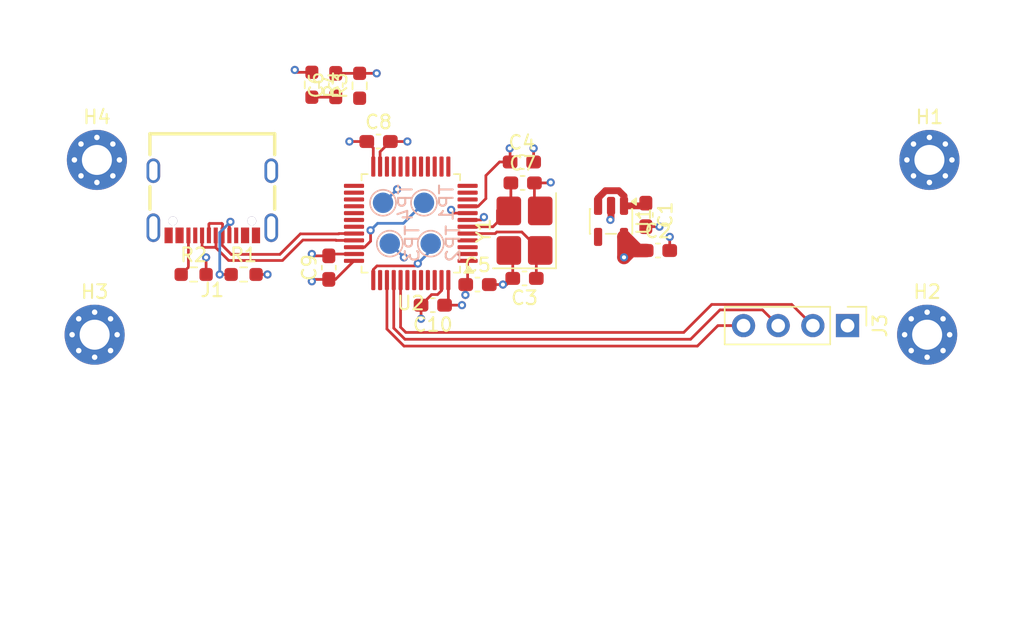
<source format=kicad_pcb>
(kicad_pcb (version 20241229) (generator "pcbnew") (generator_version "9.0")
  (layers (0 "F.Cu" signal) (4 "In1.Cu" signal) (6 "In2.Cu" signal) (2 "B.Cu" signal) (13 "F.Paste" user) (15 "B.Paste" user) (5 "F.SilkS" user "F.Silkscreen") (7 "B.SilkS" user "B.Silkscreen") (1 "F.Mask" user) (3 "B.Mask" user) (25 "Edge.Cuts" user))
  (net 0 "")
  (net 1 "VBUS")
  (net 2 "GND")
  (net 3 "+3V3")
  (net 4 "/USB_D+")
  (net 5 "Net-(J1-CC1)")
  (net 7 "Net-(J1-CC2)")
  (net 9 "/USB_D-")
  (net 10 "/SWCLK")
  (net 11 "/SWDIO")
  (net 12 "/SW_SHIFT")
  (net 13 "/SW_COLON")
  (net 14 "/SW_THREE")
  (net 41 "/CRYSTAL_1")
  (net 42 "/CRYSTAL_3")
  (net 46 "/NRST")
  (net 47 "/BOOT0")
  (footprint "Capacitor_SMD:C_0603_1608Metric_Pad1.08x0.95mm_HandSolder" (layer "F.Cu") (at 95.221128 60.381581 -90)
    (property "Reference" "C1" (at 0 -1.43 90) (layer "F.SilkS"))
    (property "Value" "1u")
    (fp_line (start -0.146267 0.51) (end 0.146267 0.51) (stroke (width 0.12)) (layer "F.SilkS"))
    (fp_line (start -0.146267 -0.51) (end 0.146267 -0.51) (stroke (width 0.12)) (layer "F.SilkS"))
    (pad "1" smd roundrect (at -0.8625 0 270) (size 1.075 0.95) (layers "F.Cu" "F.Mask" "F.Paste") (net 1 "VBUS"))
    (pad "2" smd roundrect (at 0.8625 0 270) (size 1.075 0.95) (layers "F.Cu" "F.Mask" "F.Paste") (net 2 "GND"))
  )
  (footprint "easyeda2kicad:USB-C-SMD_MC-311D" (layer "F.Cu") (at 63.454998 59.513359 180)
    (property "Reference" "J1" (at 0 -6.37 0) (layer "F.SilkS"))
    (property "Value" "USB_C_Receptacle")
    (fp_line (start 4.57 5.08) (end 4.57 3.55) (stroke (width 0.25)) (layer "F.SilkS"))
    (fp_line (start 4.57 -0.45) (end 4.57 1.2) (stroke (width 0.25)) (layer "F.SilkS"))
    (fp_line (start -4.57 5.08) (end 4.57 5.08) (stroke (width 0.25)) (layer "F.SilkS"))
    (fp_line (start -4.57 3.55) (end -4.57 5.08) (stroke (width 0.25)) (layer "F.SilkS"))
    (fp_line (start -4.57 -0.45) (end -4.57 1.2) (stroke (width 0.25)) (layer "F.SilkS"))
    (pad "" thru_hole circle (at -2.89 -1.31 180) (size 0.65 0.65) (drill 0.65) (layers "*.Cu" "*.Mask"))
    (pad "" thru_hole circle (at 2.89 -1.31 180) (size 0.65 0.65) (drill 0.65) (layers "*.Cu" "*.Mask"))
    (pad "1" thru_hole oval (at -4.32 -1.81 180) (size 1 2.1) (drill oval 0.599999 1.700022) (layers "*.Cu" "*.Mask"))
    (pad "2" thru_hole oval (at -4.32 2.37 180) (size 1 1.8) (drill oval 0.599999 1.399997) (layers "*.Cu" "*.Mask"))
    (pad "3" thru_hole oval (at 4.32 2.37 180) (size 1 1.8) (drill oval 0.599999 1.399997) (layers "*.Cu" "*.Mask"))
    (pad "4" thru_hole oval (at 4.32 -1.81 180) (size 1 2.1) (drill oval 0.599999 1.699997) (layers "*.Cu" "*.Mask"))
    (pad "A1-B12" smd rect (at -3.2 -2.37 180) (size 0.6 1.15) (layers "F.Cu" "F.Mask" "F.Paste"))
    (pad "A4-B9" smd rect (at -2.4 -2.37 180) (size 0.6 1.15) (layers "F.Cu" "F.Mask" "F.Paste"))
    (pad "A5" smd rect (at -1.25 -2.37 180) (size 0.3 1.15) (layers "F.Cu" "F.Mask" "F.Paste") (net 5 "Net-(J1-CC1)"))
    (pad "A6" smd rect (at -0.25 -2.37 180) (size 0.3 1.15) (layers "F.Cu" "F.Mask" "F.Paste") (net 4 "/USB_D+"))
    (pad "A7" smd rect (at 0.25 -2.37 180) (size 0.3 1.15) (layers "F.Cu" "F.Mask" "F.Paste") (net 9 "/USB_D-"))
    (pad "A8" smd rect (at 1.25 -2.37 180) (size 0.3 1.15) (layers "F.Cu" "F.Mask" "F.Paste"))
    (pad "B1-A12" smd rect (at 3.2 -2.37 180) (size 0.6 1.15) (layers "F.Cu" "F.Mask" "F.Paste"))
    (pad "B4-A9" smd rect (at 2.4 -2.37 180) (size 0.6 1.15) (layers "F.Cu" "F.Mask" "F.Paste"))
    (pad "B5" smd rect (at 1.75 -2.37 180) (size 0.3 1.15) (layers "F.Cu" "F.Mask" "F.Paste") (net 7 "Net-(J1-CC2)"))
    (pad "B6" smd rect (at 0.75 -2.37 180) (size 0.3 1.15) (layers "F.Cu" "F.Mask" "F.Paste") (net 4 "/USB_D+"))
    (pad "B7" smd rect (at -0.75 -2.37 180) (size 0.3 1.15) (layers "F.Cu" "F.Mask" "F.Paste") (net 9 "/USB_D-"))
    (pad "B8" smd rect (at -1.75 -2.37 180) (size 0.3 1.15) (layers "F.Cu" "F.Mask" "F.Paste"))
  )
  (footprint "Crystal:Crystal_SMD_3225-4Pin_3.2x2.5mm_HandSoldering" (layer "F.Cu") (at 86.332094 61.537191 90)
    (property "Reference" "Y1" (at 0 -3 90) (layer "F.SilkS"))
    (property "Value" "16MHz")
    (fp_line (start -2.76 -2.31) (end -2.76 2.31) (stroke (width 0.12)) (layer "F.SilkS"))
    (fp_line (start -2.76 2.31) (end 2.76 2.31) (stroke (width 0.12)) (layer "F.SilkS"))
    (pad "1" smd roundrect (at -1.45 1.15 90) (size 2.1 1.8) (layers "F.Cu" "F.Mask" "F.Paste") (roundrect_rratio 0.138889) (net 41 "/CRYSTAL_1"))
    (pad "2" smd roundrect (at 1.45 1.15 90) (size 2.1 1.8) (layers "F.Cu" "F.Mask" "F.Paste") (roundrect_rratio 0.138889) (net 2 "GND"))
    (pad "3" smd roundrect (at 1.45 -1.15 90) (size 2.1 1.8) (layers "F.Cu" "F.Mask" "F.Paste") (roundrect_rratio 0.138889) (net 42 "/CRYSTAL_3"))
    (pad "4" smd roundrect (at -1.45 -1.15 90) (size 2.1 1.8) (layers "F.Cu" "F.Mask" "F.Paste") (roundrect_rratio 0.138889) (net 2 "GND"))
  )
  (footprint "MountingHole:MountingHole_2.2mm_M2_Pad_Via" (layer "F.Cu") (at 55 56.35)
    (property "Reference" "H4" (at 0 -3.15 0) (layer "F.SilkS"))
    (property "Value" "MountingHole_Pad")
    (pad "1" thru_hole circle (at -1.65 0) (size 0.7 0.7) (drill 0.4) (layers "*.Cu" "*.Mask") (net 2 "GND"))
    (pad "1" thru_hole circle (at -1.166726 -1.166726) (size 0.7 0.7) (drill 0.4) (layers "*.Cu" "*.Mask") (net 2 "GND"))
    (pad "1" thru_hole circle (at -1.166726 1.166726) (size 0.7 0.7) (drill 0.4) (layers "*.Cu" "*.Mask") (net 2 "GND"))
    (pad "1" thru_hole circle (at 0 -1.65) (size 0.7 0.7) (drill 0.4) (layers "*.Cu" "*.Mask") (net 2 "GND"))
    (pad "1" thru_hole circle (at 0 0) (size 4.4 4.4) (drill 2.2) (layers "*.Cu" "*.Mask") (net 2 "GND"))
    (pad "1" thru_hole circle (at 0 1.65) (size 0.7 0.7) (drill 0.4) (layers "*.Cu" "*.Mask") (net 2 "GND"))
    (pad "1" thru_hole circle (at 1.166726 -1.166726) (size 0.7 0.7) (drill 0.4) (layers "*.Cu" "*.Mask") (net 2 "GND"))
    (pad "1" thru_hole circle (at 1.166726 1.166726) (size 0.7 0.7) (drill 0.4) (layers "*.Cu" "*.Mask") (net 2 "GND"))
    (pad "1" thru_hole circle (at 1.65 0) (size 0.7 0.7) (drill 0.4) (layers "*.Cu" "*.Mask") (net 2 "GND"))
  )
  (footprint "MountingHole:MountingHole_2.2mm_M2_Pad_Via" (layer "F.Cu") (at 116 56.35)
    (property "Reference" "H1" (at 0 -3.15 0) (layer "F.SilkS"))
    (property "Value" "MountingHole_Pad")
    (pad "1" thru_hole circle (at -1.65 0) (size 0.7 0.7) (drill 0.4) (layers "*.Cu" "*.Mask") (net 2 "GND"))
    (pad "1" thru_hole circle (at -1.166726 -1.166726) (size 0.7 0.7) (drill 0.4) (layers "*.Cu" "*.Mask") (net 2 "GND"))
    (pad "1" thru_hole circle (at -1.166726 1.166726) (size 0.7 0.7) (drill 0.4) (layers "*.Cu" "*.Mask") (net 2 "GND"))
    (pad "1" thru_hole circle (at 0 -1.65) (size 0.7 0.7) (drill 0.4) (layers "*.Cu" "*.Mask") (net 2 "GND"))
    (pad "1" thru_hole circle (at 0 0) (size 4.4 4.4) (drill 2.2) (layers "*.Cu" "*.Mask") (net 2 "GND"))
    (pad "1" thru_hole circle (at 0 1.65) (size 0.7 0.7) (drill 0.4) (layers "*.Cu" "*.Mask") (net 2 "GND"))
    (pad "1" thru_hole circle (at 1.166726 -1.166726) (size 0.7 0.7) (drill 0.4) (layers "*.Cu" "*.Mask") (net 2 "GND"))
    (pad "1" thru_hole circle (at 1.166726 1.166726) (size 0.7 0.7) (drill 0.4) (layers "*.Cu" "*.Mask") (net 2 "GND"))
    (pad "1" thru_hole circle (at 1.65 0) (size 0.7 0.7) (drill 0.4) (layers "*.Cu" "*.Mask") (net 2 "GND"))
  )
  (footprint "Capacitor_SMD:C_0603_1608Metric_Pad1.08x0.95mm_HandSolder" (layer "F.Cu") (at 72.5 50.8625 90)
    (property "Reference" "C6" (at 0 -1.43 90) (layer "F.SilkS"))
    (property "Value" "100n")
    (fp_line (start -0.146267 -0.51) (end 0.146267 -0.51) (stroke (width 0.12)) (layer "F.SilkS"))
    (fp_line (start -0.146267 0.51) (end 0.146267 0.51) (stroke (width 0.12)) (layer "F.SilkS"))
    (pad "1" smd roundrect (at -0.8625 0 90) (size 1.075 0.95) (layers "F.Cu" "F.Mask" "F.Paste") (net 46 "/NRST"))
    (pad "2" smd roundrect (at 0.8625 0 90) (size 1.075 0.95) (layers "F.Cu" "F.Mask" "F.Paste") (net 2 "GND"))
  )
  (footprint "Resistor_SMD:R_0603_1608Metric_Pad0.98x0.95mm_HandSolder" (layer "F.Cu") (at 62.0875 64.75)
    (property "Reference" "R2" (at 0 -1.43 0) (layer "F.SilkS"))
    (property "Value" "5k1")
    (fp_line (start -0.254724 -0.5225) (end 0.254724 -0.5225) (stroke (width 0.12)) (layer "F.SilkS"))
    (fp_line (start -0.254724 0.5225) (end 0.254724 0.5225) (stroke (width 0.12)) (layer "F.SilkS"))
    (pad "1" smd roundrect (at -0.9125 0) (size 0.975 0.95) (layers "F.Cu" "F.Mask" "F.Paste") (net 7 "Net-(J1-CC2)"))
    (pad "2" smd roundrect (at 0.9125 0) (size 0.975 0.95) (layers "F.Cu" "F.Mask" "F.Paste") (net 2 "GND"))
  )
  (footprint "MountingHole:MountingHole_2.2mm_M2_Pad_Via" (layer "F.Cu") (at 115.833274 69.166726)
    (property "Reference" "H2" (at 0 -3.15 0) (layer "F.SilkS"))
    (property "Value" "MountingHole_Pad")
    (pad "1" thru_hole circle (at -1.65 0) (size 0.7 0.7) (drill 0.4) (layers "*.Cu" "*.Mask") (net 2 "GND"))
    (pad "1" thru_hole circle (at -1.166726 -1.166726) (size 0.7 0.7) (drill 0.4) (layers "*.Cu" "*.Mask") (net 2 "GND"))
    (pad "1" thru_hole circle (at -1.166726 1.166726) (size 0.7 0.7) (drill 0.4) (layers "*.Cu" "*.Mask") (net 2 "GND"))
    (pad "1" thru_hole circle (at 0 -1.65) (size 0.7 0.7) (drill 0.4) (layers "*.Cu" "*.Mask") (net 2 "GND"))
    (pad "1" thru_hole circle (at 0 0) (size 4.4 4.4) (drill 2.2) (layers "*.Cu" "*.Mask") (net 2 "GND"))
    (pad "1" thru_hole circle (at 0 1.65) (size 0.7 0.7) (drill 0.4) (layers "*.Cu" "*.Mask") (net 2 "GND"))
    (pad "1" thru_hole circle (at 1.166726 -1.166726) (size 0.7 0.7) (drill 0.4) (layers "*.Cu" "*.Mask") (net 2 "GND"))
    (pad "1" thru_hole circle (at 1.166726 1.166726) (size 0.7 0.7) (drill 0.4) (layers "*.Cu" "*.Mask") (net 2 "GND"))
    (pad "1" thru_hole circle (at 1.65 0) (size 0.7 0.7) (drill 0.4) (layers "*.Cu" "*.Mask") (net 2 "GND"))
  )
  (footprint "MountingHole:MountingHole_2.2mm_M2_Pad_Via" (layer "F.Cu") (at 54.833274 69.166726)
    (property "Reference" "H3" (at 0 -3.15 0) (layer "F.SilkS"))
    (property "Value" "MountingHole_Pad")
    (pad "1" thru_hole circle (at -1.65 0) (size 0.7 0.7) (drill 0.4) (layers "*.Cu" "*.Mask") (net 2 "GND"))
    (pad "1" thru_hole circle (at -1.166726 -1.166726) (size 0.7 0.7) (drill 0.4) (layers "*.Cu" "*.Mask") (net 2 "GND"))
    (pad "1" thru_hole circle (at -1.166726 1.166726) (size 0.7 0.7) (drill 0.4) (layers "*.Cu" "*.Mask") (net 2 "GND"))
    (pad "1" thru_hole circle (at 0 -1.65) (size 0.7 0.7) (drill 0.4) (layers "*.Cu" "*.Mask") (net 2 "GND"))
    (pad "1" thru_hole circle (at 0 0) (size 4.4 4.4) (drill 2.2) (layers "*.Cu" "*.Mask") (net 2 "GND"))
    (pad "1" thru_hole circle (at 0 1.65) (size 0.7 0.7) (drill 0.4) (layers "*.Cu" "*.Mask") (net 2 "GND"))
    (pad "1" thru_hole circle (at 1.166726 -1.166726) (size 0.7 0.7) (drill 0.4) (layers "*.Cu" "*.Mask") (net 2 "GND"))
    (pad "1" thru_hole circle (at 1.166726 1.166726) (size 0.7 0.7) (drill 0.4) (layers "*.Cu" "*.Mask") (net 2 "GND"))
    (pad "1" thru_hole circle (at 1.65 0) (size 0.7 0.7) (drill 0.4) (layers "*.Cu" "*.Mask") (net 2 "GND"))
  )
  (footprint "Resistor_SMD:R_0603_1608Metric_Pad0.98x0.95mm_HandSolder" (layer "F.Cu") (at 74.25 50.9125 90)
    (property "Reference" "R3" (at 0 -1.43 90) (layer "F.SilkS"))
    (property "Value" "10k")
    (fp_line (start -0.254724 -0.5225) (end 0.254724 -0.5225) (stroke (width 0.12)) (layer "F.SilkS"))
    (fp_line (start -0.254724 0.5225) (end 0.254724 0.5225) (stroke (width 0.12)) (layer "F.SilkS"))
    (pad "1" smd roundrect (at -0.9125 0 90) (size 0.975 0.95) (layers "F.Cu" "F.Mask" "F.Paste") (net 47 "/BOOT0"))
    (pad "2" smd roundrect (at 0.9125 0 90) (size 0.975 0.95) (layers "F.Cu" "F.Mask" "F.Paste") (net 2 "GND"))
  )
  (footprint "Capacitor_SMD:C_0603_1608Metric_Pad1.08x0.95mm_HandSolder" (layer "F.Cu") (at 86.194594 58.037191)
    (property "Reference" "C7" (at 0 -1.43 0) (layer "F.SilkS"))
    (property "Value" "10p")
    (fp_line (start -0.146267 -0.51) (end 0.146267 -0.51) (stroke (width 0.12)) (layer "F.SilkS"))
    (fp_line (start -0.146267 0.51) (end 0.146267 0.51) (stroke (width 0.12)) (layer "F.SilkS"))
    (pad "1" smd roundrect (at -0.8625 0) (size 1.075 0.95) (layers "F.Cu" "F.Mask" "F.Paste") (net 42 "/CRYSTAL_3"))
    (pad "2" smd roundrect (at 0.8625 0) (size 1.075 0.95) (layers "F.Cu" "F.Mask" "F.Paste") (net 2 "GND"))
  )
  (footprint "Capacitor_SMD:C_0603_1608Metric_Pad1.08x0.95mm_HandSolder" (layer "F.Cu") (at 96.108628 62.992659)
    (property "Reference" "C2" (at 0 -1.43 0) (layer "F.SilkS"))
    (property "Value" "1u")
    (fp_line (start -0.146267 -0.51) (end 0.146267 -0.51) (stroke (width 0.12)) (layer "F.SilkS"))
    (fp_line (start -0.146267 0.51) (end 0.146267 0.51) (stroke (width 0.12)) (layer "F.SilkS"))
    (pad "1" smd roundrect (at -0.8625 0) (size 1.075 0.95) (layers "F.Cu" "F.Mask" "F.Paste") (net 3 "+3V3"))
    (pad "2" smd roundrect (at 0.8625 0) (size 1.075 0.95) (layers "F.Cu" "F.Mask" "F.Paste") (net 2 "GND"))
  )
  (footprint "Package_QFP:LQFP-48_7x7mm_P0.5mm" (layer "F.Cu") (at 78 61 180)
    (property "Reference" "U2" (at 0 -5.85 0) (layer "F.SilkS"))
    (property "Value" "STM32F103C8Tx")
    (fp_line (start 3.61 3.61) (end 3.16 3.61) (stroke (width 0.12)) (layer "F.SilkS"))
    (fp_line (start 3.61 3.16) (end 3.61 3.61) (stroke (width 0.12)) (layer "F.SilkS"))
    (fp_line (start 3.61 -3.61) (end 3.61 -3.16) (stroke (width 0.12)) (layer "F.SilkS"))
    (fp_line (start 3.16 -3.61) (end 3.61 -3.61) (stroke (width 0.12)) (layer "F.SilkS"))
    (fp_line (start -3.16 3.61) (end -3.61 3.61) (stroke (width 0.12)) (layer "F.SilkS"))
    (fp_line (start -3.61 3.61) (end -3.61 3.16) (stroke (width 0.12)) (layer "F.SilkS"))
    (fp_line (start -3.61 -3.16) (end -3.61 -3.61) (stroke (width 0.12)) (layer "F.SilkS"))
    (fp_line (start -3.61 -3.61) (end -3.16 -3.61) (stroke (width 0.12)) (layer "F.SilkS"))
    (fp_poly (pts (xy -4.25 -3.16) (xy -4.59 -3.63) (xy -3.91 -3.63)) (stroke (width 0.12)) (fill yes) (layer "F.SilkS"))
    (pad "1" smd roundrect (at -4.1625 -2.75 180) (size 1.475 0.3) (layers "F.Cu" "F.Mask" "F.Paste") (net 3 "+3V3"))
    (pad "2" smd roundrect (at -4.1625 -2.25 180) (size 1.475 0.3) (layers "F.Cu" "F.Mask" "F.Paste"))
    (pad "3" smd roundrect (at -4.1625 -1.75 180) (size 1.475 0.3) (layers "F.Cu" "F.Mask" "F.Paste"))
    (pad "4" smd roundrect (at -4.1625 -1.25 180) (size 1.475 0.3) (layers "F.Cu" "F.Mask" "F.Paste"))
    (pad "5" smd roundrect (at -4.1625 -0.75 180) (size 1.475 0.3) (layers "F.Cu" "F.Mask" "F.Paste") (net 41 "/CRYSTAL_1"))
    (pad "6" smd roundrect (at -4.1625 -0.25 180) (size 1.475 0.3) (layers "F.Cu" "F.Mask" "F.Paste") (net 42 "/CRYSTAL_3"))
    (pad "7" smd roundrect (at -4.1625 0.25 180) (size 1.475 0.3) (layers "F.Cu" "F.Mask" "F.Paste") (net 46 "/NRST"))
    (pad "8" smd roundrect (at -4.1625 0.75 180) (size 1.475 0.3) (layers "F.Cu" "F.Mask" "F.Paste") (net 2 "GND"))
    (pad "9" smd roundrect (at -4.1625 1.25 180) (size 1.475 0.3) (layers "F.Cu" "F.Mask" "F.Paste") (net 3 "+3V3"))
    (pad "10" smd roundrect (at -4.1625 1.75 180) (size 1.475 0.3) (layers "F.Cu" "F.Mask" "F.Paste"))
    (pad "11" smd roundrect (at -4.1625 2.25 180) (size 1.475 0.3) (layers "F.Cu" "F.Mask" "F.Paste"))
    (pad "12" smd roundrect (at -4.1625 2.75 180) (size 1.475 0.3) (layers "F.Cu" "F.Mask" "F.Paste"))
    (pad "13" smd roundrect (at -2.75 4.1625 180) (size 0.3 1.475) (layers "F.Cu" "F.Mask" "F.Paste"))
    (pad "14" smd roundrect (at -2.25 4.1625 180) (size 0.3 1.475) (layers "F.Cu" "F.Mask" "F.Paste"))
    (pad "15" smd roundrect (at -1.75 4.1625 180) (size 0.3 1.475) (layers "F.Cu" "F.Mask" "F.Paste"))
    (pad "16" smd roundrect (at -1.25 4.1625 180) (size 0.3 1.475) (layers "F.Cu" "F.Mask" "F.Paste"))
    (pad "17" smd roundrect (at -0.75 4.1625 180) (size 0.3 1.475) (layers "F.Cu" "F.Mask" "F.Paste"))
    (pad "18" smd roundrect (at -0.25 4.1625 180) (size 0.3 1.475) (layers "F.Cu" "F.Mask" "F.Paste"))
    (pad "19" smd roundrect (at 0.25 4.1625 180) (size 0.3 1.475) (layers "F.Cu" "F.Mask" "F.Paste"))
    (pad "20" smd roundrect (at 0.75 4.1625 180) (size 0.3 1.475) (layers "F.Cu" "F.Mask" "F.Paste"))
    (pad "21" smd roundrect (at 1.25 4.1625 180) (size 0.3 1.475) (layers "F.Cu" "F.Mask" "F.Paste"))
    (pad "22" smd roundrect (at 1.75 4.1625 180) (size 0.3 1.475) (layers "F.Cu" "F.Mask" "F.Paste"))
    (pad "23" smd roundrect (at 2.25 4.1625 180) (size 0.3 1.475) (layers "F.Cu" "F.Mask" "F.Paste") (net 2 "GND"))
    (pad "24" smd roundrect (at 2.75 4.1625 180) (size 0.3 1.475) (layers "F.Cu" "F.Mask" "F.Paste") (net 3 "+3V3"))
    (pad "25" smd roundrect (at 4.1625 2.75 180) (size 1.475 0.3) (layers "F.Cu" "F.Mask" "F.Paste"))
    (pad "26" smd roundrect (at 4.1625 2.25 180) (size 1.475 0.3) (layers "F.Cu" "F.Mask" "F.Paste"))
    (pad "27" smd roundrect (at 4.1625 1.75 180) (size 1.475 0.3) (layers "F.Cu" "F.Mask" "F.Paste"))
    (pad "28" smd roundrect (at 4.1625 1.25 180) (size 1.475 0.3) (layers "F.Cu" "F.Mask" "F.Paste"))
    (pad "29" smd roundrect (at 4.1625 0.75 180) (size 1.475 0.3) (layers "F.Cu" "F.Mask" "F.Paste"))
    (pad "30" smd roundrect (at 4.1625 0.25 180) (size 1.475 0.3) (layers "F.Cu" "F.Mask" "F.Paste"))
    (pad "31" smd roundrect (at 4.1625 -0.25 180) (size 1.475 0.3) (layers "F.Cu" "F.Mask" "F.Paste"))
    (pad "32" smd roundrect (at 4.1625 -0.75 180) (size 1.475 0.3) (layers "F.Cu" "F.Mask" "F.Paste") (net 9 "/USB_D-"))
    (pad "33" smd roundrect (at 4.1625 -1.25 180) (size 1.475 0.3) (layers "F.Cu" "F.Mask" "F.Paste") (net 4 "/USB_D+"))
    (pad "34" smd roundrect (at 4.1625 -1.75 180) (size 1.475 0.3) (layers "F.Cu" "F.Mask" "F.Paste") (net 11 "/SWDIO"))
    (pad "35" smd roundrect (at 4.1625 -2.25 180) (size 1.475 0.3) (layers "F.Cu" "F.Mask" "F.Paste") (net 2 "GND"))
    (pad "36" smd roundrect (at 4.1625 -2.75 180) (size 1.475 0.3) (layers "F.Cu" "F.Mask" "F.Paste") (net 3 "+3V3"))
    (pad "37" smd roundrect (at 2.75 -4.1625 180) (size 0.3 1.475) (layers "F.Cu" "F.Mask" "F.Paste") (net 10 "/SWCLK"))
    (pad "38" smd roundrect (at 2.25 -4.1625 180) (size 0.3 1.475) (layers "F.Cu" "F.Mask" "F.Paste"))
    (pad "39" smd roundrect (at 1.75 -4.1625 180) (size 0.3 1.475) (layers "F.Cu" "F.Mask" "F.Paste") (net 12 "/SW_SHIFT"))
    (pad "40" smd roundrect (at 1.25 -4.1625 180) (size 0.3 1.475) (layers "F.Cu" "F.Mask" "F.Paste") (net 13 "/SW_COLON"))
    (pad "41" smd roundrect (at 0.75 -4.1625 180) (size 0.3 1.475) (layers "F.Cu" "F.Mask" "F.Paste") (net 14 "/SW_THREE"))
    (pad "42" smd roundrect (at 0.25 -4.1625 180) (size 0.3 1.475) (layers "F.Cu" "F.Mask" "F.Paste"))
    (pad "43" smd roundrect (at -0.25 -4.1625 180) (size 0.3 1.475) (layers "F.Cu" "F.Mask" "F.Paste"))
    (pad "44" smd roundrect (at -0.75 -4.1625 180) (size 0.3 1.475) (layers "F.Cu" "F.Mask" "F.Paste") (net 47 "/BOOT0"))
    (pad "45" smd roundrect (at -1.25 -4.1625 180) (size 0.3 1.475) (layers "F.Cu" "F.Mask" "F.Paste"))
    (pad "46" smd roundrect (at -1.75 -4.1625 180) (size 0.3 1.475) (layers "F.Cu" "F.Mask" "F.Paste"))
    (pad "47" smd roundrect (at -2.25 -4.1625 180) (size 0.3 1.475) (layers "F.Cu" "F.Mask" "F.Paste") (net 2 "GND"))
    (pad "48" smd roundrect (at -2.75 -4.1625 180) (size 0.3 1.475) (layers "F.Cu" "F.Mask" "F.Paste") (net 3 "+3V3"))
  )
  (footprint "Resistor_SMD:R_0603_1608Metric_Pad0.98x0.95mm_HandSolder" (layer "F.Cu") (at 65.75 64.75)
    (property "Reference" "R1" (at 0 -1.43 0) (layer "F.SilkS"))
    (property "Value" "5k1")
    (fp_line (start -0.254724 -0.5225) (end 0.254724 -0.5225) (stroke (width 0.12)) (layer "F.SilkS"))
    (fp_line (start -0.254724 0.5225) (end 0.254724 0.5225) (stroke (width 0.12)) (layer "F.SilkS"))
    (pad "1" smd roundrect (at -0.9125 0) (size 0.975 0.95) (layers "F.Cu" "F.Mask" "F.Paste") (net 5 "Net-(J1-CC1)"))
    (pad "2" smd roundrect (at 0.9125 0) (size 0.975 0.95) (layers "F.Cu" "F.Mask" "F.Paste") (net 2 "GND"))
  )
  (footprint "Capacitor_SMD:C_0603_1608Metric_Pad1.08x0.95mm_HandSolder" (layer "F.Cu") (at 79.6125 67 180)
    (property "Reference" "C10" (at 0 -1.43 0) (layer "F.SilkS"))
    (property "Value" "100n")
    (fp_line (start -0.146267 0.51) (end 0.146267 0.51) (stroke (width 0.12)) (layer "F.SilkS"))
    (fp_line (start -0.146267 -0.51) (end 0.146267 -0.51) (stroke (width 0.12)) (layer "F.SilkS"))
    (pad "1" smd roundrect (at -0.8625 0 180) (size 1.075 0.95) (layers "F.Cu" "F.Mask" "F.Paste") (net 3 "+3V3"))
    (pad "2" smd roundrect (at 0.8625 0 180) (size 1.075 0.95) (layers "F.Cu" "F.Mask" "F.Paste") (net 2 "GND"))
  )
  (footprint "Package_TO_SOT_SMD:SOT-23-5" (layer "F.Cu") (at 92.671128 60.856581 -90)
    (property "Reference" "U1" (at 0 -2.4 90) (layer "F.SilkS"))
    (property "Value" "LP5907MFX-3.3")
    (fp_line (start -0.91 1.56) (end -0.91 1.51) (stroke (width 0.12)) (layer "F.SilkS"))
    (fp_line (start 0.91 1.56) (end -0.91 1.56) (stroke (width 0.12)) (layer "F.SilkS"))
    (fp_line (start 0.91 1.51) (end 0.91 1.56) (stroke (width 0.12)) (layer "F.SilkS"))
    (fp_line (start 0.91 -0.39) (end 0.91 0.39) (stroke (width 0.12)) (layer "F.SilkS"))
    (fp_line (start -0.91 -1.51) (end -0.91 -1.56) (stroke (width 0.12)) (layer "F.SilkS"))
    (fp_line (start -0.91 -1.56) (end 0.91 -1.56) (stroke (width 0.12)) (layer "F.SilkS"))
    (fp_line (start 0.91 -1.56) (end 0.91 -1.51) (stroke (width 0.12)) (layer "F.SilkS"))
    (fp_poly (pts (xy -1.45 -1.51) (xy -1.69 -1.84) (xy -1.21 -1.84)) (stroke (width 0.12)) (fill yes) (layer "F.SilkS"))
    (pad "1" smd roundrect (at -1.1375 -0.95 270) (size 1.325 0.6) (layers "F.Cu" "F.Mask" "F.Paste") (net 1 "VBUS"))
    (pad "2" smd roundrect (at -1.1375 0 270) (size 1.325 0.6) (layers "F.Cu" "F.Mask" "F.Paste") (net 2 "GND"))
    (pad "3" smd roundrect (at -1.1375 0.95 270) (size 1.325 0.6) (layers "F.Cu" "F.Mask" "F.Paste") (net 1 "VBUS"))
    (pad "4" smd roundrect (at 1.1375 0.95 270) (size 1.325 0.6) (layers "F.Cu" "F.Mask" "F.Paste"))
    (pad "5" smd roundrect (at 1.1375 -0.95 270) (size 1.325 0.6) (layers "F.Cu" "F.Mask" "F.Paste") (net 3 "+3V3"))
  )
  (footprint "Capacitor_SMD:C_0603_1608Metric_Pad1.08x0.95mm_HandSolder" (layer "F.Cu") (at 86.332094 65.037191 180)
    (property "Reference" "C3" (at 0 -1.43 0) (layer "F.SilkS"))
    (property "Value" "10p")
    (fp_line (start -0.146267 0.51) (end 0.146267 0.51) (stroke (width 0.12)) (layer "F.SilkS"))
    (fp_line (start -0.146267 -0.51) (end 0.146267 -0.51) (stroke (width 0.12)) (layer "F.SilkS"))
    (pad "1" smd roundrect (at -0.8625 0 180) (size 1.075 0.95) (layers "F.Cu" "F.Mask" "F.Paste") (net 41 "/CRYSTAL_1"))
    (pad "2" smd roundrect (at 0.8625 0 180) (size 1.075 0.95) (layers "F.Cu" "F.Mask" "F.Paste") (net 2 "GND"))
  )
  (footprint "Capacitor_SMD:C_0603_1608Metric_Pad1.08x0.95mm_HandSolder" (layer "F.Cu") (at 86.1375 56.5)
    (property "Reference" "C4" (at 0 -1.43 0) (layer "F.SilkS"))
    (property "Value" "100n")
    (fp_line (start -0.146267 -0.51) (end 0.146267 -0.51) (stroke (width 0.12)) (layer "F.SilkS"))
    (fp_line (start -0.146267 0.51) (end 0.146267 0.51) (stroke (width 0.12)) (layer "F.SilkS"))
    (pad "1" smd roundrect (at -0.8625 0) (size 1.075 0.95) (layers "F.Cu" "F.Mask" "F.Paste") (net 3 "+3V3"))
    (pad "2" smd roundrect (at 0.8625 0) (size 1.075 0.95) (layers "F.Cu" "F.Mask" "F.Paste") (net 2 "GND"))
  )
  (footprint "Resistor_SMD:R_0603_1608Metric_Pad0.98x0.95mm_HandSolder" (layer "F.Cu") (at 70.75 50.8375 -90)
    (property "Reference" "R4" (at 0 -1.43 90) (layer "F.SilkS"))
    (property "Value" "10k")
    (fp_line (start -0.254724 0.5225) (end 0.254724 0.5225) (stroke (width 0.12)) (layer "F.SilkS"))
    (fp_line (start -0.254724 -0.5225) (end 0.254724 -0.5225) (stroke (width 0.12)) (layer "F.SilkS"))
    (pad "1" smd roundrect (at -0.9125 0 270) (size 0.975 0.95) (layers "F.Cu" "F.Mask" "F.Paste") (net 3 "+3V3"))
    (pad "2" smd roundrect (at 0.9125 0 270) (size 0.975 0.95) (layers "F.Cu" "F.Mask" "F.Paste") (net 46 "/NRST"))
  )
  (footprint "Capacitor_SMD:C_0603_1608Metric_Pad1.08x0.95mm_HandSolder" (layer "F.Cu") (at 71.991485 64.248094 90)
    (property "Reference" "C9" (at 0 -1.43 90) (layer "F.SilkS"))
    (property "Value" "100n")
    (fp_line (start -0.146267 -0.51) (end 0.146267 -0.51) (stroke (width 0.12)) (layer "F.SilkS"))
    (fp_line (start -0.146267 0.51) (end 0.146267 0.51) (stroke (width 0.12)) (layer "F.SilkS"))
    (pad "1" smd roundrect (at -0.8625 0 90) (size 1.075 0.95) (layers "F.Cu" "F.Mask" "F.Paste") (net 3 "+3V3"))
    (pad "2" smd roundrect (at 0.8625 0 90) (size 1.075 0.95) (layers "F.Cu" "F.Mask" "F.Paste") (net 2 "GND"))
  )
  (footprint "Capacitor_SMD:C_0603_1608Metric_Pad1.08x0.95mm_HandSolder" (layer "F.Cu") (at 75.6375 55)
    (property "Reference" "C8" (at 0 -1.43 0) (layer "F.SilkS"))
    (property "Value" "100n")
    (fp_line (start -0.146267 -0.51) (end 0.146267 -0.51) (stroke (width 0.12)) (layer "F.SilkS"))
    (fp_line (start -0.146267 0.51) (end 0.146267 0.51) (stroke (width 0.12)) (layer "F.SilkS"))
    (pad "1" smd roundrect (at -0.8625 0) (size 1.075 0.95) (layers "F.Cu" "F.Mask" "F.Paste") (net 3 "+3V3"))
    (pad "2" smd roundrect (at 0.8625 0) (size 1.075 0.95) (layers "F.Cu" "F.Mask" "F.Paste") (net 2 "GND"))
  )
  (footprint "Connector_PinHeader_2.54mm:PinHeader_1x04_P2.54mm_Vertical" (layer "F.Cu") (at 110 68.5 -90)
    (property "Reference" "J3" (at 0 -2.38 90) (layer "F.SilkS"))
    (property "Value" "Conn_01x04")
    (fp_line (start -1.38 9) (end 1.38 9) (stroke (width 0.12)) (layer "F.SilkS"))
    (fp_line (start -1.38 1.27) (end -1.38 9) (stroke (width 0.12)) (layer "F.SilkS"))
    (fp_line (start -1.38 1.27) (end 1.38 1.27) (stroke (width 0.12)) (layer "F.SilkS"))
    (fp_line (start 1.38 1.27) (end 1.38 9) (stroke (width 0.12)) (layer "F.SilkS"))
    (fp_line (start -1.38 0) (end -1.38 -1.38) (stroke (width 0.12)) (layer "F.SilkS"))
    (fp_line (start -1.38 -1.38) (end 0 -1.38) (stroke (width 0.12)) (layer "F.SilkS"))
    (pad "1" thru_hole rect (at 0 0 270) (size 1.7 1.7) (drill 1) (layers "*.Cu" "*.Mask") (net 2 "GND"))
    (pad "2" thru_hole circle (at 0 2.54 270) (size 1.7 1.7) (drill 1) (layers "*.Cu" "*.Mask") (net 14 "/SW_THREE"))
    (pad "3" thru_hole circle (at 0 5.08 270) (size 1.7 1.7) (drill 1) (layers "*.Cu" "*.Mask") (net 13 "/SW_COLON"))
    (pad "4" thru_hole circle (at 0 7.62 270) (size 1.7 1.7) (drill 1) (layers "*.Cu" "*.Mask") (net 12 "/SW_SHIFT"))
  )
  (footprint "Capacitor_SMD:C_0603_1608Metric_Pad1.08x0.95mm_HandSolder" (layer "F.Cu") (at 82.886488 65.489782)
    (property "Reference" "C5" (at 0 -1.43 0) (layer "F.SilkS"))
    (property "Value" "100n")
    (fp_line (start -0.146267 -0.51) (end 0.146267 -0.51) (stroke (width 0.12)) (layer "F.SilkS"))
    (fp_line (start -0.146267 0.51) (end 0.146267 0.51) (stroke (width 0.12)) (layer "F.SilkS"))
    (pad "1" smd roundrect (at -0.8625 0) (size 1.075 0.95) (layers "F.Cu" "F.Mask" "F.Paste") (net 3 "+3V3"))
    (pad "2" smd roundrect (at 0.8625 0) (size 1.075 0.95) (layers "F.Cu" "F.Mask" "F.Paste") (net 2 "GND"))
  )
  (footprint "TestPoint:TestPoint_Pad_D1.5mm" (layer "B.Cu") (at 75.96505 59.492009 90)
    (property "Reference" "TP4" (at 0 1.648 90) (layer "B.SilkS") (effects (justify mirror)))
    (property "Value" "TestPoint")
    (fp_circle (center 0 0) (end 0 -0.95) (stroke (width 0.12)) (fill no) (layer "B.SilkS"))
    (pad "1" smd circle (at 0 0 90) (size 1.5 1.5) (layers "B.Cu" "B.Mask") (net 2 "GND"))
  )
  (footprint "TestPoint:TestPoint_Pad_D1.5mm" (layer "B.Cu") (at 76.457682 62.487983 90)
    (property "Reference" "TP3" (at 0 1.648 90) (layer "B.SilkS") (effects (justify mirror)))
    (property "Value" "TestPoint")
    (fp_circle (center 0 0) (end 0 -0.95) (stroke (width 0.12)) (fill no) (layer "B.SilkS"))
    (pad "1" smd circle (at 0 0 90) (size 1.5 1.5) (layers "B.Cu" "B.Mask") (net 3 "+3V3"))
  )
  (footprint "TestPoint:TestPoint_Pad_D1.5mm" (layer "B.Cu") (at 78.96505 59.492009 90)
    (property "Reference" "TP1" (at 0 1.648 90) (layer "B.SilkS") (effects (justify mirror)))
    (property "Value" "TestPoint")
    (fp_circle (center 0 0) (end 0 -0.95) (stroke (width 0.12)) (fill no) (layer "B.SilkS"))
    (pad "1" smd circle (at 0 0 90) (size 1.5 1.5) (layers "B.Cu" "B.Mask") (net 11 "/SWDIO"))
  )
  (footprint "TestPoint:TestPoint_Pad_D1.5mm" (layer "B.Cu") (at 79.457682 62.487983 90)
    (property "Reference" "TP2" (at 0 1.648 90) (layer "B.SilkS") (effects (justify mirror)))
    (property "Value" "TestPoint")
    (fp_circle (center 0 0) (end 0 -0.95) (stroke (width 0.12)) (fill no) (layer "B.SilkS"))
    (pad "1" smd circle (at 0 0 90) (size 1.5 1.5) (layers "B.Cu" "B.Mask") (net 10 "/SWCLK"))
  )
  (segment (start 93.621128 59.719081) (end 95.021128 59.719081) (width 0.5) (layer "F.Cu") (net 1))
  (segment (start 91.721128 59.719081) (end 91.721128 59.152481) (width 0.5) (layer "F.Cu") (net 1))
  (segment (start 92.268028 58.605581) (end 93.232628 58.605581) (width 0.5) (layer "F.Cu") (net 1))
  (segment (start 93.232628 58.605581) (end 93.621128 58.994081) (width 0.5) (layer "F.Cu") (net 1))
  (segment (start 95.021128 59.719081) (end 95.221128 59.519081) (width 0.5) (layer "F.Cu") (net 1))
  (segment (start 93.621128 58.994081) (end 93.621128 59.719081) (width 0.5) (layer "F.Cu") (net 1))
  (segment (start 91.721128 59.152481) (end 92.268028 58.605581) (width 0.5) (layer "F.Cu") (net 1))
  (segment (start 87.057094 58.037191) (end 88.212809 58.037191) (width 0.2) (layer "F.Cu") (net 2))
  (segment (start 80.25 65.933824) (end 79.959824 66.224) (width 0.2) (layer "F.Cu") (net 2))
  (segment (start 88.212809 58.037191) (end 88.25 58) (width 0.2) (layer "F.Cu") (net 2))
  (segment (start 79.526 66.224) (end 78.75 67) (width 0.2) (layer "F.Cu") (net 2))
  (segment (start 95.221128 61.244081) (end 96.221128 61.244081) (width 0.2) (layer "F.Cu") (net 2))
  (segment (start 78.75 67) (end 78.75 68) (width 0.2) (layer "F.Cu") (net 2))
  (segment (start 85.017003 65.489782) (end 85.469594 65.037191) (width 0.2) (layer "F.Cu") (net 2))
  (segment (start 73.8375 63.25) (end 72.127079 63.25) (width 0.2) (layer "F.Cu") (net 2))
  (segment (start 83.748988 65.489782) (end 84.75 65.489782) (width 0.2) (layer "F.Cu") (net 2))
  (segment (start 72.127079 63.25) (end 71.991485 63.385594) (width 0.2) (layer "F.Cu") (net 2))
  (segment (start 92.671128 59.719081) (end 92.671128 60.694081) (width 0.5) (layer "F.Cu") (net 2))
  (segment (start 75.75 56.8375) (end 75.75 55.75) (width 0.2) (layer "F.Cu") (net 2))
  (segment (start 92.671128 60.694081) (end 92.621128 60.744081) (width 0.5) (layer "F.Cu") (net 2))
  (segment (start 87.057094 58.037191) (end 87.057094 59.662191) (width 0.2) (layer "F.Cu") (net 2))
  (segment (start 79.959824 66.224) (end 79.526 66.224) (width 0.2) (layer "F.Cu") (net 2))
  (segment (start 70.885594 63.385594) (end 70.75 63.25) (width 0.2) (layer "F.Cu") (net 2))
  (segment (start 81.192981 60.25) (end 80.954836 60.011855) (width 0.2) (layer "F.Cu") (net 2))
  (segment (start 72.5 50) (end 74.25 50) (width 0.2) (layer "F.Cu") (net 2))
  (segment (start 75.75 55.75) (end 76.5 55) (width 0.2) (layer "F.Cu") (net 2))
  (segment (start 87.057094 59.662191) (end 87.482094 60.087191) (width 0.2) (layer "F.Cu") (net 2))
  (segment (start 80.25 65.1625) (end 80.25 65.933824) (width 0.2) (layer "F.Cu") (net 2))
  (segment (start 71.991485 63.385594) (end 70.885594 63.385594) (width 0.2) (layer "F.Cu") (net 2))
  (segment (start 85.469594 63.274691) (end 85.182094 62.987191) (width 0.2) (layer "F.Cu") (net 2))
  (segment (start 96.971128 62.992659) (end 96.971128 61.994081) (width 0.2) (layer "F.Cu") (net 2))
  (segment (start 63 64.75) (end 63 63.5) (width 0.2) (layer "F.Cu") (net 2))
  (segment (start 87 57.980097) (end 87.057094 58.037191) (width 0.2) (layer "F.Cu") (net 2))
  (segment (start 74.25 50) (end 75.5 50) (width 0.2) (layer "F.Cu") (net 2))
  (segment (start 82.1625 60.25) (end 81.192981 60.25) (width 0.2) (layer "F.Cu") (net 2))
  (segment (start 87 56.5) (end 87 55.5) (width 0.2) (layer "F.Cu") (net 2))
  (segment (start 85.469594 65.037191) (end 85.469594 63.274691) (width 0.2) (layer "F.Cu") (net 2))
  (segment (start 76.5 55) (end 77.75 55) (width 0.2) (layer "F.Cu") (net 2))
  (segment (start 84.75 65.489782) (end 85.017003 65.489782) (width 0.2) (layer "F.Cu") (net 2))
  (segment (start 66.575 64.75) (end 67.5 64.75) (width 0.2) (layer "F.Cu") (net 2))
  (via (at 67.5 64.75) (size 0.6) (drill 0.3) (layers "F.Cu" "B.Cu") (net 2))
  (via (at 96.221128 61.244081) (size 0.6) (drill 0.3) (layers "F.Cu" "B.Cu") (net 2))
  (via (at 80.954836 60.011855) (size 0.6) (drill 0.3) (layers "F.Cu" "B.Cu") (net 2))
  (via (at 88.25 58) (size 0.6) (drill 0.3) (layers "F.Cu" "B.Cu") (net 2))
  (via (at 77 58.5) (size 0.6) (drill 0.3) (layers "F.Cu" "B.Cu") (net 2))
  (via (at 84.75 65.489782) (size 0.6) (drill 0.3) (layers "F.Cu" "B.Cu") (net 2))
  (via (at 78.75 68) (size 0.6) (drill 0.3) (layers "F.Cu" "B.Cu") (net 2))
  (via (at 87 55.5) (size 0.6) (drill 0.3) (layers "F.Cu" "B.Cu") (net 2))
  (via (at 70.75 63.25) (size 0.6) (drill 0.3) (layers "F.Cu" "B.Cu") (net 2))
  (via (at 75.5 50) (size 0.6) (drill 0.3) (layers "F.Cu" "B.Cu") (net 2))
  (via (at 63 63.5) (size 0.6) (drill 0.3) (layers "F.Cu" "B.Cu") (net 2))
  (via (at 96.971128 61.994081) (size 0.6) (drill 0.3) (layers "F.Cu" "B.Cu") (net 2))
  (via (at 77.75 55) (size 0.6) (drill 0.3) (layers "F.Cu" "B.Cu") (net 2))
  (via (at 92.621128 60.744081) (size 0.6) (drill 0.3) (layers "F.Cu" "B.Cu") (net 2))
  (segment (start 75.96505 59.492009) (end 76.007991 59.492009) (width 0.2) (layer "B.Cu") (net 2))
  (segment (start 76.007991 59.492009) (end 77 58.5) (width 0.2) (layer "B.Cu") (net 2))
  (segment (start 83.5 57.5) (end 84.5 56.5) (width 0.2) (layer "F.Cu") (net 3))
  (segment (start 75.25 56.8375) (end 75.25 55.475) (width 0.2) (layer "F.Cu") (net 3))
  (segment (start 82.933824 59.75) (end 83.5 59.183824) (width 0.2) (layer "F.Cu") (net 3))
  (segment (start 81.696706 65.1625) (end 82.023988 65.489782) (width 0.2) (layer "F.Cu") (net 3))
  (segment (start 94.12255 62.992659) (end 93.621128 63.494081) (width 1) (layer "F.Cu") (net 3))
  (segment (start 69.675 49.925) (end 69.5 49.75) (width 0.2) (layer "F.Cu") (net 3))
  (segment (start 83.5 59.183824) (end 83.5 57.5) (width 0.2) (layer "F.Cu") (net 3))
  (segment (start 84.5 56.5) (end 85.275 56.5) (width 0.2) (layer "F.Cu") (net 3))
  (segment (start 82.023988 65.489782) (end 82.023988 66.226012) (width 0.2) (layer "F.Cu") (net 3))
  (segment (start 94.619706 62.992659) (end 95.246128 62.992659) (width 1) (layer "F.Cu") (net 3))
  (segment (start 80.75 65.1625) (end 80.75 66.725) (width 0.2) (layer "F.Cu") (net 3))
  (segment (start 70.75 49.925) (end 69.675 49.925) (width 0.2) (layer "F.Cu") (net 3))
  (segment (start 82.023988 66.226012) (end 82 66.25) (width 0.2) (layer "F.Cu") (net 3))
  (segment (start 70.889406 65.110594) (end 70.75 65.25) (width 0.2) (layer "F.Cu") (net 3))
  (segment (start 82.1625 65.35127) (end 82.023988 65.489782) (width 0.2) (layer "F.Cu") (net 3))
  (segment (start 85.275 55.525) (end 85.25 55.5) (width 0.2) (layer "F.Cu") (net 3))
  (segment (start 75.25 55.475) (end 74.775 55) (width 0.2) (layer "F.Cu") (net 3))
  (segment (start 71.991485 65.110594) (end 70.889406 65.110594) (width 0.2) (layer "F.Cu") (net 3))
  (segment (start 73.8375 63.75) (end 72.476906 65.110594) (width 0.2) (layer "F.Cu") (net 3))
  (segment (start 94.619706 62.992659) (end 94.12255 62.992659) (width 1) (layer "F.Cu") (net 3))
  (segment (start 93.621128 61.994081) (end 94.619706 62.992659) (width 1) (layer "F.Cu") (net 3))
  (segment (start 82.1625 59.75) (end 82.933824 59.75) (width 0.2) (layer "F.Cu") (net 3))
  (segment (start 85.275 56.5) (end 85.275 55.525) (width 0.2) (layer "F.Cu") (net 3))
  (segment (start 74.775 55) (end 73.5 55) (width 0.2) (layer "F.Cu") (net 3))
  (segment (start 82.1625 63.75) (end 82.1625 65.35127) (width 0.2) (layer "F.Cu") (net 3))
  (segment (start 72.476906 65.110594) (end 71.991485 65.110594) (width 0.2) (layer "F.Cu") (net 3))
  (segment (start 93.621128 61.994081) (end 93.621128 63.494081) (width 1) (layer "F.Cu") (net 3))
  (segment (start 80.75 66.725) (end 80.475 67) (width 0.2) (layer "F.Cu") (net 3))
  (segment (start 80.475 67) (end 81.75 67) (width 0.2) (layer "F.Cu") (net 3))
  (via (at 73.5 55) (size 0.6) (drill 0.3) (layers "F.Cu" "B.Cu") (net 3))
  (via (at 93.621128 63.494081) (size 0.6) (drill 0.3) (layers "F.Cu" "B.Cu") (net 3))
  (via (at 82 66.25) (size 0.6) (drill 0.3) (layers "F.Cu" "B.Cu") (net 3))
  (via (at 81.75 67) (size 0.6) (drill 0.3) (layers "F.Cu" "B.Cu") (net 3))
  (via (at 77.492632 63.495974) (size 0.6) (drill 0.3) (layers "F.Cu" "B.Cu") (net 3))
  (via (at 85.25 55.5) (size 0.6) (drill 0.3) (layers "F.Cu" "B.Cu") (net 3))
  (via (at 70.75 65.25) (size 0.6) (drill 0.3) (layers "F.Cu" "B.Cu") (net 3))
  (via (at 69.5 49.75) (size 0.6) (drill 0.3) (layers "F.Cu" "B.Cu") (net 3))
  (segment (start 76.484641 62.487983) (end 77.492632 63.495974) (width 0.2) (layer "B.Cu") (net 3))
  (segment (start 75.96505 62.492009) (end 75.992009 62.492009) (width 0.2) (layer "B.Cu") (net 3))
  (segment (start 63.729998 62.798196) (end 64.656802 63.725) (width 0.2) (layer "F.Cu") (net 4))
  (segment (start 63.729998 62.5) (end 63.729998 62.798196) (width 0.2) (layer "F.Cu") (net 4))
  (segment (start 63.729998 62.685359) (end 63.655998 62.759359) (width 0.2) (layer "F.Cu") (net 4))
  (segment (start 63.655998 62.759359) (end 62.753998 62.759359) (width 0.2) (layer "F.Cu") (net 4))
  (segment (start 63.704998 62.308359) (end 63.729998 62.333359) (width 0.2) (layer "F.Cu") (net 4))
  (segment (start 68.593198 63.725) (end 70.093198 62.225) (width 0.2) (layer "F.Cu") (net 4))
  (segment (start 63.704998 61.883359) (end 63.704998 62.308359) (width 0.2) (layer "F.Cu") (net 4))
  (segment (start 64.656802 63.725) (end 68.593198 63.725) (width 0.2) (layer "F.Cu") (net 4))
  (segment (start 72.5 62.225) (end 72.525 62.25) (width 0.2) (layer "F.Cu") (net 4))
  (segment (start 62.753998 62.759359) (end 62.704998 62.710359) (width 0.2) (layer "F.Cu") (net 4))
  (segment (start 63.729998 62.5) (end 63.729998 62.685359) (width 0.2) (layer "F.Cu") (net 4))
  (segment (start 63.729998 62.333359) (end 63.729998 62.5) (width 0.2) (layer "F.Cu") (net 4))
  (segment (start 72.525 62.25) (end 73.8375 62.25) (width 0.2) (layer "F.Cu") (net 4))
  (segment (start 70.093198 62.225) (end 72.5 62.225) (width 0.2) (layer "F.Cu") (net 4))
  (segment (start 62.704998 62.710359) (end 62.704998 61.883359) (width 0.2) (layer "F.Cu") (net 4))
  (segment (start 64.704998 61.883359) (end 64.704998 60.966268) (width 0.2) (layer "F.Cu") (net 5))
  (segment (start 64.8375 64.75) (end 64 64.75) (width 0.2) (layer "F.Cu") (net 5))
  (segment (start 64.704998 60.966268) (end 64.781428 60.889838) (width 0.2) (layer "F.Cu") (net 5))
  (via (at 64.781428 60.889838) (size 0.6) (drill 0.3) (layers "F.Cu" "B.Cu") (net 5))
  (via (at 64 64.75) (size 0.6) (drill 0.3) (layers "F.Cu" "B.Cu") (net 5))
  (segment (start 64 64.75) (end 64 61.671266) (width 0.2) (layer "B.Cu") (net 5))
  (segment (start 64 61.671266) (end 64.781428 60.889838) (width 0.2) (layer "B.Cu") (net 5))
  (segment (start 61.704998 61.883359) (end 61.704998 64.220002) (width 0.2) (layer "F.Cu") (net 7))
  (segment (start 61.704998 64.220002) (end 61.175 64.75) (width 0.2) (layer "F.Cu") (net 7))
  (segment (start 72.731249 61.75) (end 72.706249 61.775) (width 0.2) (layer "F.Cu") (net 9))
  (segment (start 64.204998 61.883359) (end 64.204998 62.308359) (width 0.2) (layer "F.Cu") (net 9))
  (segment (start 73.8375 61.75) (end 72.731249 61.75) (width 0.2) (layer "F.Cu") (net 9))
  (segment (start 64.204998 61.056359) (end 64.204998 61.883359) (width 0.2) (layer "F.Cu") (net 9))
  (segment (start 63.204998 61.883359) (end 63.204998 61.056359) (width 0.2) (layer "F.Cu") (net 9))
  (segment (start 63.253998 61.007359) (end 64.155998 61.007359) (width 0.2) (layer "F.Cu") (net 9))
  (segment (start 64.843198 63.275) (end 68.406802 63.275) (width 0.2) (layer "F.Cu") (net 9))
  (segment (start 68.406802 63.275) (end 69.906802 61.775) (width 0.2) (layer "F.Cu") (net 9))
  (segment (start 69.906802 61.775) (end 72.706249 61.775) (width 0.2) (layer "F.Cu") (net 9))
  (segment (start 64.155998 61.007359) (end 64.204998 61.056359) (width 0.2) (layer "F.Cu") (net 9))
  (segment (start 64.179998 62.333359) (end 64.179998 62.6118) (width 0.2) (layer "F.Cu") (net 9))
  (segment (start 64.179998 62.6118) (end 64.843198 63.275) (width 0.2) (layer "F.Cu") (net 9))
  (segment (start 64.204998 62.308359) (end 64.179998 62.333359) (width 0.2) (layer "F.Cu") (net 9))
  (segment (start 63.204998 61.056359) (end 63.253998 61.007359) (width 0.2) (layer "F.Cu") (net 9))
  (segment (start 75.517176 64.124) (end 75.25 64.391176) (width 0.2) (layer "F.Cu") (net 10))
  (segment (start 78.337266 64.124) (end 75.517176 64.124) (width 0.2) (layer "F.Cu") (net 10))
  (segment (start 75.25 64.391176) (end 75.25 65.1625) (width 0.2) (layer "F.Cu") (net 10))
  (segment (start 78.51434 63.946926) (end 78.337266 64.124) (width 0.2) (layer "F.Cu") (net 10))
  (via (at 78.51434 63.946926) (size 0.6) (drill 0.3) (layers "F.Cu" "B.Cu") (net 10))
  (segment (start 79.457682 62.487983) (end 79.457682 63.003584) (width 0.2) (layer "B.Cu") (net 10))
  (segment (start 79.457682 63.003584) (end 78.51434 63.946926) (width 0.2) (layer "B.Cu") (net 10))
  (segment (start 74.608824 62.75) (end 73.8375 62.75) (width 0.2) (layer "F.Cu") (net 11))
  (segment (start 75.052606 61.51263) (end 75.052606 62.306218) (width 0.2) (layer "F.Cu") (net 11))
  (segment (start 75.052606 62.306218) (end 74.608824 62.75) (width 0.2) (layer "F.Cu") (net 11))
  (via (at 75.052606 61.51263) (size 0.6) (drill 0.3) (layers "F.Cu" "B.Cu") (net 11))
  (segment (start 78.96505 59.492009) (end 77.457059 61) (width 0.2) (layer "B.Cu") (net 11))
  (segment (start 77.457059 61) (end 75.565236 61) (width 0.2) (layer "B.Cu") (net 11))
  (segment (start 75.565236 61) (end 75.052606 61.51263) (width 0.2) (layer "B.Cu") (net 11))
  (segment (start 102.38 68.5) (end 100.5 68.5) (width 0.2) (layer "F.Cu") (net 12))
  (segment (start 77.5 70) (end 76.25 68.75) (width 0.2) (layer "F.Cu") (net 12))
  (segment (start 76.25 68.75) (end 76.25 65.1625) (width 0.2) (layer "F.Cu") (net 12))
  (segment (start 99 70) (end 77.5 70) (width 0.2) (layer "F.Cu") (net 12))
  (segment (start 100.5 68.5) (end 99 70) (width 0.2) (layer "F.Cu") (net 12))
  (segment (start 98.5 69.5) (end 77.5671 69.5) (width 0.2) (layer "F.Cu") (net 13))
  (segment (start 77.5671 69.5) (end 76.75 68.6829) (width 0.2) (layer "F.Cu") (net 13))
  (segment (start 100.651 67.349) (end 98.5 69.5) (width 0.2) (layer "F.Cu") (net 13))
  (segment (start 104.92 68.5) (end 103.769 67.349) (width 0.2) (layer "F.Cu") (net 13))
  (segment (start 103.769 67.349) (end 100.651 67.349) (width 0.2) (layer "F.Cu") (net 13))
  (segment (start 76.75 68.6829) (end 76.75 65.1625) (width 0.2) (layer "F.Cu") (net 13))
  (segment (start 100.052 66.948) (end 98 69) (width 0.2) (layer "F.Cu") (net 14))
  (segment (start 105.908 66.948) (end 100.052 66.948) (width 0.2) (layer "F.Cu") (net 14))
  (segment (start 77.25 68.6158) (end 77.25 65.1625) (width 0.2) (layer "F.Cu") (net 14))
  (segment (start 77.6342 69) (end 77.25 68.6158) (width 0.2) (layer "F.Cu") (net 14))
  (segment (start 107.46 68.5) (end 105.908 66.948) (width 0.2) (layer "F.Cu") (net 14))
  (segment (start 98 69) (end 77.6342 69) (width 0.2) (layer "F.Cu") (net 14))
  (segment (start 87.194594 65.037191) (end 87.194594 63.274691) (width 0.2) (layer "F.Cu") (net 41))
  (segment (start 84.183125 61.75) (end 84.296934 61.636191) (width 0.2) (layer "F.Cu") (net 41))
  (segment (start 82.1625 61.75) (end 84.183125 61.75) (width 0.2) (layer "F.Cu") (net 41))
  (segment (start 84.296934 61.636191) (end 86.131094 61.636191) (width 0.2) (layer "F.Cu") (net 41))
  (segment (start 86.131094 61.636191) (end 87.482094 62.987191) (width 0.2) (layer "F.Cu") (net 41))
  (segment (start 87.194594 63.274691) (end 87.482094 62.987191) (width 0.2) (layer "F.Cu") (net 41))
  (segment (start 85.332094 59.937191) (end 85.182094 60.087191) (width 0.2) (layer "F.Cu") (net 42))
  (segment (start 84.35 60.919285) (end 84.35 60.05) (width 0.2) (layer "F.Cu") (net 42))
  (segment (start 84.019285 61.25) (end 84.35 60.919285) (width 0.2) (layer "F.Cu") (net 42))
  (segment (start 85.332094 58.037191) (end 85.332094 59.937191) (width 0.2) (layer "F.Cu") (net 42))
  (segment (start 82.1625 61.25) (end 84.019285 61.25) (width 0.2) (layer "F.Cu") (net 42))
  (segment (start 70.75 51.75) (end 72.475 51.75) (width 0.2) (layer "F.Cu") (net 46))
  (segment (start 82.1625 60.75) (end 83.152513 60.75) (width 0.2) (layer "F.Cu") (net 46))
  (segment (start 83.152513 60.75) (end 83.358067 60.544446) (width 0.2) (layer "F.Cu") (net 46))
  (segment (start 72.475 51.75) (end 72.5 51.725) (width 0.2) (layer "F.Cu") (net 46))
  (via (at 83.358067 60.544446) (size 0.6) (drill 0.3) (layers "F.Cu" "B.Cu") (net 46))
)
</source>
